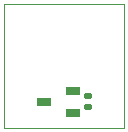
<source format=gtp>
%FSLAX44Y44*%
%MOMM*%
G71*
G01*
G75*
G04 Layer_Color=8421504*
%ADD10R,1.2000X0.8000*%
G04:AMPARAMS|DCode=11|XSize=0.6mm|YSize=0.5mm|CornerRadius=0.05mm|HoleSize=0mm|Usage=FLASHONLY|Rotation=180.000|XOffset=0mm|YOffset=0mm|HoleType=Round|Shape=RoundedRectangle|*
%AMROUNDEDRECTD11*
21,1,0.6000,0.4000,0,0,180.0*
21,1,0.5000,0.5000,0,0,180.0*
1,1,0.1000,-0.2500,0.2000*
1,1,0.1000,0.2500,0.2000*
1,1,0.1000,0.2500,-0.2000*
1,1,0.1000,-0.2500,-0.2000*
%
%ADD11ROUNDEDRECTD11*%
%ADD12C,0.1000*%
%ADD13C,0.0800*%
%ADD14C,0.2000*%
%ADD15C,0.0750*%
%ADD16R,1.5000X1.5000*%
%ADD17C,1.5000*%
%ADD18C,0.4500*%
%ADD19C,0.3500*%
%ADD20C,0.2000*%
%ADD21C,0.0500*%
%ADD22C,0.6000*%
%ADD23C,0.2500*%
D10*
X70440Y30420D02*
D03*
Y49420D02*
D03*
X46440Y39920D02*
D03*
D11*
X83070Y44650D02*
D03*
Y35650D02*
D03*
D12*
X12000Y17660D02*
Y122950D01*
X114000Y17660D02*
Y122950D01*
X12000Y17660D02*
X114000D01*
X12000Y122950D02*
X114000D01*
M02*

</source>
